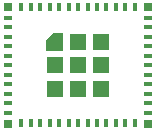
<source format=gbr>
%TF.GenerationSoftware,Altium Limited,Altium Designer,20.1.8 (145)*%
G04 Layer_Color=12040119*
%FSLAX45Y45*%
%MOMM*%
%TF.SameCoordinates,58819124-5082-48BE-93C4-8F50621AB512*%
%TF.FilePolarity,Positive*%
%TF.FileFunction,Paste,Top*%
%TF.Part,Single*%
G01*
G75*
%TA.AperFunction,ConnectorPad*%
%ADD10R,0.80000X0.40000*%
%ADD11R,0.40000X0.80000*%
%TA.AperFunction,BGAPad,CuDef*%
%ADD12R,1.45000X1.45000*%
%TA.AperFunction,SMDPad,CuDef*%
%ADD14R,0.70000X0.70000*%
G36*
X10035000Y7561500D02*
X9890000D01*
Y7646500D01*
X9950000Y7706500D01*
X10035000D01*
Y7561500D01*
D02*
G37*
D10*
X9570000Y7836500D02*
D03*
Y7756500D02*
D03*
Y7676500D02*
D03*
Y7596500D02*
D03*
Y7516500D02*
D03*
Y7436500D02*
D03*
Y7356500D02*
D03*
Y7276500D02*
D03*
Y7196500D02*
D03*
Y7116500D02*
D03*
Y7036500D02*
D03*
X10750000D02*
D03*
Y7116500D02*
D03*
Y7196500D02*
D03*
Y7276500D02*
D03*
Y7356500D02*
D03*
Y7436500D02*
D03*
Y7516500D02*
D03*
Y7596500D02*
D03*
Y7676500D02*
D03*
Y7756500D02*
D03*
Y7836500D02*
D03*
D11*
X9680000Y6946500D02*
D03*
X9760000D02*
D03*
X9840000D02*
D03*
X9920000D02*
D03*
X10000000D02*
D03*
X10080000D02*
D03*
X10160000D02*
D03*
X10240000D02*
D03*
X10320000D02*
D03*
X10400000D02*
D03*
X10480000D02*
D03*
X10560000D02*
D03*
X10640000D02*
D03*
Y7926500D02*
D03*
X10560000D02*
D03*
X10480000D02*
D03*
X10400000D02*
D03*
X10320000D02*
D03*
X10240000D02*
D03*
X10160000D02*
D03*
X10080000D02*
D03*
X10000000D02*
D03*
X9920000D02*
D03*
X9840000D02*
D03*
X9760000D02*
D03*
X9680000D02*
D03*
D12*
X10160000Y7436500D02*
D03*
X10357500Y7634000D02*
D03*
X10160000D02*
D03*
X9962500Y7436500D02*
D03*
Y7239000D02*
D03*
X10160000D02*
D03*
X10357500D02*
D03*
Y7436500D02*
D03*
D14*
X9565000Y7931500D02*
D03*
Y6941500D02*
D03*
X10755000D02*
D03*
Y7931500D02*
D03*
%TF.MD5,0309d9079574198f95f3364edeaea03b*%
M02*

</source>
